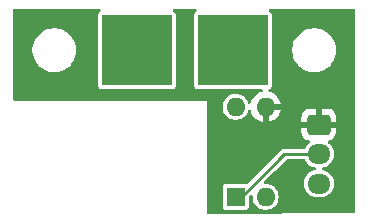
<source format=gbr>
%TF.GenerationSoftware,KiCad,Pcbnew,8.0.2-1*%
%TF.CreationDate,2024-06-03T07:21:58-07:00*%
%TF.ProjectId,Nichrome,4e696368-726f-46d6-952e-6b696361645f,rev?*%
%TF.SameCoordinates,Original*%
%TF.FileFunction,Copper,L1,Top*%
%TF.FilePolarity,Positive*%
%FSLAX46Y46*%
G04 Gerber Fmt 4.6, Leading zero omitted, Abs format (unit mm)*
G04 Created by KiCad (PCBNEW 8.0.2-1) date 2024-06-03 07:21:58*
%MOMM*%
%LPD*%
G01*
G04 APERTURE LIST*
G04 Aperture macros list*
%AMRoundRect*
0 Rectangle with rounded corners*
0 $1 Rounding radius*
0 $2 $3 $4 $5 $6 $7 $8 $9 X,Y pos of 4 corners*
0 Add a 4 corners polygon primitive as box body*
4,1,4,$2,$3,$4,$5,$6,$7,$8,$9,$2,$3,0*
0 Add four circle primitives for the rounded corners*
1,1,$1+$1,$2,$3*
1,1,$1+$1,$4,$5*
1,1,$1+$1,$6,$7*
1,1,$1+$1,$8,$9*
0 Add four rect primitives between the rounded corners*
20,1,$1+$1,$2,$3,$4,$5,0*
20,1,$1+$1,$4,$5,$6,$7,0*
20,1,$1+$1,$6,$7,$8,$9,0*
20,1,$1+$1,$8,$9,$2,$3,0*%
G04 Aperture macros list end*
%TA.AperFunction,ComponentPad*%
%ADD10RoundRect,0.250000X-0.725000X0.600000X-0.725000X-0.600000X0.725000X-0.600000X0.725000X0.600000X0*%
%TD*%
%TA.AperFunction,ComponentPad*%
%ADD11O,1.950000X1.700000*%
%TD*%
%TA.AperFunction,ComponentPad*%
%ADD12R,6.000000X6.000000*%
%TD*%
%TA.AperFunction,ComponentPad*%
%ADD13R,1.600000X1.600000*%
%TD*%
%TA.AperFunction,ComponentPad*%
%ADD14O,1.600000X1.600000*%
%TD*%
%TA.AperFunction,Conductor*%
%ADD15C,0.250000*%
%TD*%
%TA.AperFunction,Conductor*%
%ADD16C,0.700000*%
%TD*%
G04 APERTURE END LIST*
D10*
%TO.P,J1,1,Pin_1*%
%TO.N,+5V*%
X176000000Y-119500000D03*
D11*
%TO.P,J1,2,Pin_2*%
%TO.N,Signal*%
X176000000Y-122000000D03*
%TO.P,J1,3,Pin_3*%
%TO.N,GND*%
X176000000Y-124500000D03*
%TD*%
D12*
%TO.P,R1,1*%
%TO.N,Net-(R1-Pad1)*%
X160600000Y-113200000D03*
%TO.P,R1,2*%
%TO.N,GND*%
X168728000Y-113200000D03*
%TD*%
D13*
%TO.P,U1,1*%
%TO.N,Signal*%
X168960000Y-125620000D03*
D14*
%TO.P,U1,2*%
%TO.N,GND*%
X171500000Y-125620000D03*
%TO.P,U1,3*%
%TO.N,+5V*%
X171500000Y-118000000D03*
%TO.P,U1,4*%
%TO.N,Net-(R1-Pad1)*%
X168960000Y-118000000D03*
%TD*%
D15*
%TO.N,Signal*%
X173080000Y-122000000D02*
X176000000Y-122000000D01*
X173080000Y-122000000D02*
X168960000Y-126120000D01*
D16*
%TO.N,Net-(R1-Pad1)*%
X160600000Y-113200000D02*
X161900000Y-113200000D01*
%TD*%
%TA.AperFunction,Conductor*%
%TO.N,+5V*%
G36*
X157467651Y-109719685D02*
G01*
X157513406Y-109772489D01*
X157523350Y-109841647D01*
X157494325Y-109905203D01*
X157450698Y-109937434D01*
X157427235Y-109947793D01*
X157347794Y-110027234D01*
X157302415Y-110130006D01*
X157302415Y-110130008D01*
X157299500Y-110155131D01*
X157299500Y-116244856D01*
X157299502Y-116244882D01*
X157302413Y-116269987D01*
X157302415Y-116269991D01*
X157347793Y-116372764D01*
X157347794Y-116372765D01*
X157427235Y-116452206D01*
X157530009Y-116497585D01*
X157555135Y-116500500D01*
X163644864Y-116500499D01*
X163644879Y-116500497D01*
X163644882Y-116500497D01*
X163669987Y-116497586D01*
X163669988Y-116497585D01*
X163669991Y-116497585D01*
X163772765Y-116452206D01*
X163852206Y-116372765D01*
X163897585Y-116269991D01*
X163900500Y-116244865D01*
X163900499Y-110155136D01*
X163900497Y-110155117D01*
X163897586Y-110130012D01*
X163897585Y-110130010D01*
X163897585Y-110130009D01*
X163852206Y-110027235D01*
X163772765Y-109947794D01*
X163772764Y-109947793D01*
X163749302Y-109937434D01*
X163695925Y-109892348D01*
X163675398Y-109825562D01*
X163694236Y-109758280D01*
X163746459Y-109711864D01*
X163799388Y-109700000D01*
X165528612Y-109700000D01*
X165595651Y-109719685D01*
X165641406Y-109772489D01*
X165651350Y-109841647D01*
X165622325Y-109905203D01*
X165578698Y-109937434D01*
X165555235Y-109947793D01*
X165475794Y-110027234D01*
X165430415Y-110130006D01*
X165430415Y-110130008D01*
X165427500Y-110155131D01*
X165427500Y-116244856D01*
X165427502Y-116244882D01*
X165430413Y-116269987D01*
X165430415Y-116269991D01*
X165475793Y-116372764D01*
X165475794Y-116372765D01*
X165555235Y-116452206D01*
X165658009Y-116497585D01*
X165683135Y-116500500D01*
X171131523Y-116500499D01*
X171198562Y-116520184D01*
X171244317Y-116572988D01*
X171254261Y-116642146D01*
X171225236Y-116705702D01*
X171166458Y-116743476D01*
X171163617Y-116744274D01*
X171053679Y-116773731D01*
X171053673Y-116773734D01*
X170847517Y-116869865D01*
X170661179Y-117000342D01*
X170500342Y-117161179D01*
X170369865Y-117347517D01*
X170273734Y-117553673D01*
X170273731Y-117553680D01*
X170246097Y-117656811D01*
X170209731Y-117716471D01*
X170146884Y-117747000D01*
X170077509Y-117738705D01*
X170023631Y-117694219D01*
X170007056Y-117658651D01*
X170006532Y-117656811D01*
X169990582Y-117600750D01*
X169899673Y-117418179D01*
X169776764Y-117255421D01*
X169776762Y-117255418D01*
X169626041Y-117118019D01*
X169626039Y-117118017D01*
X169452642Y-117010655D01*
X169452635Y-117010651D01*
X169357546Y-116973814D01*
X169262456Y-116936976D01*
X169061976Y-116899500D01*
X168858024Y-116899500D01*
X168657544Y-116936976D01*
X168657541Y-116936976D01*
X168657541Y-116936977D01*
X168467364Y-117010651D01*
X168467357Y-117010655D01*
X168293960Y-117118017D01*
X168293958Y-117118019D01*
X168143237Y-117255418D01*
X168020327Y-117418178D01*
X167929422Y-117600739D01*
X167929417Y-117600752D01*
X167873602Y-117796917D01*
X167854785Y-117999999D01*
X167854785Y-118000000D01*
X167873602Y-118203082D01*
X167929417Y-118399247D01*
X167929422Y-118399260D01*
X168020327Y-118581821D01*
X168143237Y-118744581D01*
X168293958Y-118881980D01*
X168293960Y-118881982D01*
X168393141Y-118943392D01*
X168467363Y-118989348D01*
X168657544Y-119063024D01*
X168858024Y-119100500D01*
X168858026Y-119100500D01*
X169061974Y-119100500D01*
X169061976Y-119100500D01*
X169262456Y-119063024D01*
X169452637Y-118989348D01*
X169626041Y-118881981D01*
X169776764Y-118744579D01*
X169899673Y-118581821D01*
X169990582Y-118399250D01*
X170007058Y-118341342D01*
X170044334Y-118282255D01*
X170107644Y-118252697D01*
X170176884Y-118262059D01*
X170230070Y-118307368D01*
X170246097Y-118343188D01*
X170273731Y-118446319D01*
X170273734Y-118446326D01*
X170369865Y-118652482D01*
X170500342Y-118838820D01*
X170661179Y-118999657D01*
X170847517Y-119130134D01*
X171053673Y-119226265D01*
X171053682Y-119226269D01*
X171249999Y-119278872D01*
X171250000Y-119278871D01*
X171250000Y-118315686D01*
X171254394Y-118320080D01*
X171345606Y-118372741D01*
X171447339Y-118400000D01*
X171552661Y-118400000D01*
X171654394Y-118372741D01*
X171745606Y-118320080D01*
X171750000Y-118315686D01*
X171750000Y-119278872D01*
X171946317Y-119226269D01*
X171946326Y-119226265D01*
X172152482Y-119130134D01*
X172338820Y-118999657D01*
X172499657Y-118838820D01*
X172630134Y-118652482D01*
X172726265Y-118446326D01*
X172726269Y-118446317D01*
X172778872Y-118250000D01*
X171815686Y-118250000D01*
X171820080Y-118245606D01*
X171872741Y-118154394D01*
X171900000Y-118052661D01*
X171900000Y-117947339D01*
X171872741Y-117845606D01*
X171820080Y-117754394D01*
X171815686Y-117750000D01*
X172778872Y-117750000D01*
X172778872Y-117749999D01*
X172726269Y-117553682D01*
X172726265Y-117553673D01*
X172630134Y-117347517D01*
X172499657Y-117161179D01*
X172338820Y-117000342D01*
X172152482Y-116869865D01*
X171946326Y-116773734D01*
X171946320Y-116773731D01*
X171803821Y-116735549D01*
X171744161Y-116699184D01*
X171713632Y-116636337D01*
X171721927Y-116566961D01*
X171766412Y-116513083D01*
X171789881Y-116502311D01*
X171789458Y-116501353D01*
X171836668Y-116480507D01*
X171900765Y-116452206D01*
X171980206Y-116372765D01*
X172025585Y-116269991D01*
X172028500Y-116244865D01*
X172028499Y-113078711D01*
X173749500Y-113078711D01*
X173749500Y-113321288D01*
X173781161Y-113561785D01*
X173843947Y-113796104D01*
X173936773Y-114020205D01*
X173936776Y-114020212D01*
X174058064Y-114230289D01*
X174058066Y-114230292D01*
X174058067Y-114230293D01*
X174205733Y-114422736D01*
X174205739Y-114422743D01*
X174377256Y-114594260D01*
X174377262Y-114594265D01*
X174569711Y-114741936D01*
X174779788Y-114863224D01*
X175003900Y-114956054D01*
X175238211Y-115018838D01*
X175418586Y-115042584D01*
X175478711Y-115050500D01*
X175478712Y-115050500D01*
X175721289Y-115050500D01*
X175769388Y-115044167D01*
X175961789Y-115018838D01*
X176196100Y-114956054D01*
X176420212Y-114863224D01*
X176630289Y-114741936D01*
X176822738Y-114594265D01*
X176994265Y-114422738D01*
X177141936Y-114230289D01*
X177263224Y-114020212D01*
X177356054Y-113796100D01*
X177418838Y-113561789D01*
X177450500Y-113321288D01*
X177450500Y-113078712D01*
X177418838Y-112838211D01*
X177356054Y-112603900D01*
X177263224Y-112379788D01*
X177141936Y-112169711D01*
X176994265Y-111977262D01*
X176994260Y-111977256D01*
X176822743Y-111805739D01*
X176822736Y-111805733D01*
X176630293Y-111658067D01*
X176630292Y-111658066D01*
X176630289Y-111658064D01*
X176420212Y-111536776D01*
X176420205Y-111536773D01*
X176196104Y-111443947D01*
X175961785Y-111381161D01*
X175721289Y-111349500D01*
X175721288Y-111349500D01*
X175478712Y-111349500D01*
X175478711Y-111349500D01*
X175238214Y-111381161D01*
X175003895Y-111443947D01*
X174779794Y-111536773D01*
X174779785Y-111536777D01*
X174569706Y-111658067D01*
X174377263Y-111805733D01*
X174377256Y-111805739D01*
X174205739Y-111977256D01*
X174205733Y-111977263D01*
X174058067Y-112169706D01*
X173936777Y-112379785D01*
X173936773Y-112379794D01*
X173843947Y-112603895D01*
X173781161Y-112838214D01*
X173749500Y-113078711D01*
X172028499Y-113078711D01*
X172028499Y-110155136D01*
X172028497Y-110155117D01*
X172025586Y-110130012D01*
X172025585Y-110130010D01*
X172025585Y-110130009D01*
X171980206Y-110027235D01*
X171900765Y-109947794D01*
X171900764Y-109947793D01*
X171877302Y-109937434D01*
X171823925Y-109892348D01*
X171803398Y-109825562D01*
X171822236Y-109758280D01*
X171874459Y-109711864D01*
X171927388Y-109700000D01*
X178975785Y-109700000D01*
X179042824Y-109719685D01*
X179088579Y-109772489D01*
X179099784Y-109824213D01*
X179078203Y-122269410D01*
X179070214Y-126876548D01*
X179050413Y-126943553D01*
X178997530Y-126989217D01*
X178946549Y-127000333D01*
X166624335Y-127033663D01*
X166557243Y-127014159D01*
X166511345Y-126961479D01*
X166500000Y-126909663D01*
X166500000Y-124775131D01*
X167859500Y-124775131D01*
X167859500Y-126464856D01*
X167859502Y-126464882D01*
X167862413Y-126489987D01*
X167862415Y-126489991D01*
X167907793Y-126592764D01*
X167907794Y-126592765D01*
X167987235Y-126672206D01*
X168090009Y-126717585D01*
X168115135Y-126720500D01*
X169804864Y-126720499D01*
X169804879Y-126720497D01*
X169804882Y-126720497D01*
X169829987Y-126717586D01*
X169829988Y-126717585D01*
X169829991Y-126717585D01*
X169932765Y-126672206D01*
X170012206Y-126592765D01*
X170057585Y-126489991D01*
X170060500Y-126464865D01*
X170060499Y-125672608D01*
X170080183Y-125605570D01*
X170096813Y-125584933D01*
X170185959Y-125495787D01*
X170247280Y-125462304D01*
X170316972Y-125467288D01*
X170372905Y-125509160D01*
X170397322Y-125574624D01*
X170397109Y-125594908D01*
X170394785Y-125619994D01*
X170394785Y-125620000D01*
X170413602Y-125823082D01*
X170469417Y-126019247D01*
X170469422Y-126019260D01*
X170560327Y-126201821D01*
X170683237Y-126364581D01*
X170833958Y-126501980D01*
X170833960Y-126501982D01*
X170933141Y-126563392D01*
X171007363Y-126609348D01*
X171197544Y-126683024D01*
X171398024Y-126720500D01*
X171398026Y-126720500D01*
X171601974Y-126720500D01*
X171601976Y-126720500D01*
X171802456Y-126683024D01*
X171992637Y-126609348D01*
X172166041Y-126501981D01*
X172316764Y-126364579D01*
X172439673Y-126201821D01*
X172530582Y-126019250D01*
X172586397Y-125823083D01*
X172605215Y-125620000D01*
X172605214Y-125619994D01*
X172586397Y-125416917D01*
X172538762Y-125249501D01*
X172530582Y-125220750D01*
X172439673Y-125038179D01*
X172380704Y-124960091D01*
X172316762Y-124875418D01*
X172166041Y-124738019D01*
X172166039Y-124738017D01*
X171992642Y-124630655D01*
X171992635Y-124630651D01*
X171889111Y-124590546D01*
X171802456Y-124556976D01*
X171601976Y-124519500D01*
X171461609Y-124519500D01*
X171394570Y-124499815D01*
X171348815Y-124447011D01*
X171338871Y-124377853D01*
X171367896Y-124314297D01*
X171373928Y-124307819D01*
X172247959Y-123433789D01*
X173219929Y-122461819D01*
X173281252Y-122428334D01*
X173307610Y-122425500D01*
X174724579Y-122425500D01*
X174791618Y-122445185D01*
X174835062Y-122493203D01*
X174887880Y-122596864D01*
X174891006Y-122602998D01*
X174997441Y-122749494D01*
X174997445Y-122749499D01*
X175125500Y-122877554D01*
X175125505Y-122877558D01*
X175253287Y-122970396D01*
X175272006Y-122983996D01*
X175377484Y-123037740D01*
X175433360Y-123066211D01*
X175433363Y-123066212D01*
X175519476Y-123094191D01*
X175605591Y-123122171D01*
X175630291Y-123126083D01*
X175639406Y-123127527D01*
X175702540Y-123157457D01*
X175739471Y-123216768D01*
X175738473Y-123286631D01*
X175699863Y-123344863D01*
X175639406Y-123372473D01*
X175605589Y-123377829D01*
X175433363Y-123433787D01*
X175433360Y-123433788D01*
X175272002Y-123516006D01*
X175125505Y-123622441D01*
X175125500Y-123622445D01*
X174997445Y-123750500D01*
X174997441Y-123750505D01*
X174891006Y-123897002D01*
X174808788Y-124058360D01*
X174808787Y-124058363D01*
X174752829Y-124230589D01*
X174724500Y-124409448D01*
X174724500Y-124590551D01*
X174752829Y-124769410D01*
X174808787Y-124941636D01*
X174808788Y-124941639D01*
X174891006Y-125102997D01*
X174997441Y-125249494D01*
X174997445Y-125249499D01*
X175125500Y-125377554D01*
X175125505Y-125377558D01*
X175179679Y-125416917D01*
X175272006Y-125483996D01*
X175377484Y-125537740D01*
X175433360Y-125566211D01*
X175433363Y-125566212D01*
X175490967Y-125584928D01*
X175605591Y-125622171D01*
X175688429Y-125635291D01*
X175784449Y-125650500D01*
X175784454Y-125650500D01*
X176215551Y-125650500D01*
X176302259Y-125636765D01*
X176394409Y-125622171D01*
X176566639Y-125566211D01*
X176727994Y-125483996D01*
X176874501Y-125377553D01*
X177002553Y-125249501D01*
X177108996Y-125102994D01*
X177191211Y-124941639D01*
X177247171Y-124769409D01*
X177261765Y-124677259D01*
X177275500Y-124590551D01*
X177275500Y-124409448D01*
X177259019Y-124305397D01*
X177247171Y-124230591D01*
X177191211Y-124058361D01*
X177191211Y-124058360D01*
X177162740Y-124002484D01*
X177108996Y-123897006D01*
X177095396Y-123878287D01*
X177002558Y-123750505D01*
X177002554Y-123750500D01*
X176874499Y-123622445D01*
X176874494Y-123622441D01*
X176727997Y-123516006D01*
X176727996Y-123516005D01*
X176727994Y-123516004D01*
X176676300Y-123489664D01*
X176566639Y-123433788D01*
X176566636Y-123433787D01*
X176394410Y-123377829D01*
X176360594Y-123372473D01*
X176297459Y-123342544D01*
X176260528Y-123283232D01*
X176261526Y-123213370D01*
X176300136Y-123155137D01*
X176360594Y-123127527D01*
X176368388Y-123126292D01*
X176394409Y-123122171D01*
X176566639Y-123066211D01*
X176727994Y-122983996D01*
X176874501Y-122877553D01*
X177002553Y-122749501D01*
X177108996Y-122602994D01*
X177191211Y-122441639D01*
X177247171Y-122269409D01*
X177261765Y-122177259D01*
X177275500Y-122090551D01*
X177275500Y-121909448D01*
X177259019Y-121805397D01*
X177247171Y-121730591D01*
X177205877Y-121603498D01*
X177191212Y-121558363D01*
X177191211Y-121558360D01*
X177162740Y-121502484D01*
X177108996Y-121397006D01*
X177095396Y-121378287D01*
X177002558Y-121250505D01*
X177002554Y-121250500D01*
X176874499Y-121122445D01*
X176874494Y-121122441D01*
X176795948Y-121065374D01*
X176753282Y-121010044D01*
X176747303Y-120940431D01*
X176779909Y-120878636D01*
X176840747Y-120844279D01*
X176856235Y-120841698D01*
X176877696Y-120839506D01*
X177044119Y-120784358D01*
X177044124Y-120784356D01*
X177193345Y-120692315D01*
X177317315Y-120568345D01*
X177409356Y-120419124D01*
X177409358Y-120419119D01*
X177464505Y-120252697D01*
X177464506Y-120252690D01*
X177474999Y-120149986D01*
X177475000Y-120149973D01*
X177475000Y-119750000D01*
X176404146Y-119750000D01*
X176442630Y-119683343D01*
X176475000Y-119562535D01*
X176475000Y-119437465D01*
X176442630Y-119316657D01*
X176404146Y-119250000D01*
X177474999Y-119250000D01*
X177474999Y-118850028D01*
X177474998Y-118850013D01*
X177464505Y-118747302D01*
X177409358Y-118580880D01*
X177409356Y-118580875D01*
X177317315Y-118431654D01*
X177193345Y-118307684D01*
X177044124Y-118215643D01*
X177044119Y-118215641D01*
X176877697Y-118160494D01*
X176877690Y-118160493D01*
X176774986Y-118150000D01*
X176250000Y-118150000D01*
X176250000Y-119095854D01*
X176183343Y-119057370D01*
X176062535Y-119025000D01*
X175937465Y-119025000D01*
X175816657Y-119057370D01*
X175750000Y-119095854D01*
X175750000Y-118150000D01*
X175225028Y-118150000D01*
X175225012Y-118150001D01*
X175122302Y-118160494D01*
X174955880Y-118215641D01*
X174955875Y-118215643D01*
X174806654Y-118307684D01*
X174682684Y-118431654D01*
X174590643Y-118580875D01*
X174590641Y-118580880D01*
X174535494Y-118747302D01*
X174535493Y-118747309D01*
X174525000Y-118850013D01*
X174525000Y-119250000D01*
X175595854Y-119250000D01*
X175557370Y-119316657D01*
X175525000Y-119437465D01*
X175525000Y-119562535D01*
X175557370Y-119683343D01*
X175595854Y-119750000D01*
X174525001Y-119750000D01*
X174525001Y-120149986D01*
X174535494Y-120252697D01*
X174590641Y-120419119D01*
X174590643Y-120419124D01*
X174682684Y-120568345D01*
X174806654Y-120692315D01*
X174955875Y-120784356D01*
X174955880Y-120784358D01*
X175122302Y-120839505D01*
X175122309Y-120839506D01*
X175143769Y-120841699D01*
X175208460Y-120868095D01*
X175248612Y-120925276D01*
X175251475Y-120995087D01*
X175216141Y-121055364D01*
X175204051Y-121065375D01*
X175125505Y-121122441D01*
X175125500Y-121122445D01*
X174997445Y-121250500D01*
X174997441Y-121250505D01*
X174891006Y-121397001D01*
X174865299Y-121447453D01*
X174835062Y-121506796D01*
X174787090Y-121557591D01*
X174724579Y-121574500D01*
X173023982Y-121574500D01*
X172915763Y-121603497D01*
X172915760Y-121603498D01*
X172818740Y-121659513D01*
X172818734Y-121659517D01*
X169977353Y-124500897D01*
X169916030Y-124534382D01*
X169846338Y-124529398D01*
X169839590Y-124526652D01*
X169829996Y-124522416D01*
X169829991Y-124522415D01*
X169804865Y-124519500D01*
X168115143Y-124519500D01*
X168115117Y-124519502D01*
X168090012Y-124522413D01*
X168090008Y-124522415D01*
X167987235Y-124567793D01*
X167907794Y-124647234D01*
X167862415Y-124750006D01*
X167862415Y-124750008D01*
X167859500Y-124775131D01*
X166500000Y-124775131D01*
X166500000Y-117500000D01*
X150223773Y-117470226D01*
X150156770Y-117450419D01*
X150111112Y-117397531D01*
X150100000Y-117346226D01*
X150100000Y-113078711D01*
X151749500Y-113078711D01*
X151749500Y-113321288D01*
X151781161Y-113561785D01*
X151843947Y-113796104D01*
X151936773Y-114020205D01*
X151936776Y-114020212D01*
X152058064Y-114230289D01*
X152058066Y-114230292D01*
X152058067Y-114230293D01*
X152205733Y-114422736D01*
X152205739Y-114422743D01*
X152377256Y-114594260D01*
X152377262Y-114594265D01*
X152569711Y-114741936D01*
X152779788Y-114863224D01*
X153003900Y-114956054D01*
X153238211Y-115018838D01*
X153418586Y-115042584D01*
X153478711Y-115050500D01*
X153478712Y-115050500D01*
X153721289Y-115050500D01*
X153769388Y-115044167D01*
X153961789Y-115018838D01*
X154196100Y-114956054D01*
X154420212Y-114863224D01*
X154630289Y-114741936D01*
X154822738Y-114594265D01*
X154994265Y-114422738D01*
X155141936Y-114230289D01*
X155263224Y-114020212D01*
X155356054Y-113796100D01*
X155418838Y-113561789D01*
X155450500Y-113321288D01*
X155450500Y-113078712D01*
X155418838Y-112838211D01*
X155356054Y-112603900D01*
X155263224Y-112379788D01*
X155141936Y-112169711D01*
X154994265Y-111977262D01*
X154994260Y-111977256D01*
X154822743Y-111805739D01*
X154822736Y-111805733D01*
X154630293Y-111658067D01*
X154630292Y-111658066D01*
X154630289Y-111658064D01*
X154420212Y-111536776D01*
X154420205Y-111536773D01*
X154196104Y-111443947D01*
X153961785Y-111381161D01*
X153721289Y-111349500D01*
X153721288Y-111349500D01*
X153478712Y-111349500D01*
X153478711Y-111349500D01*
X153238214Y-111381161D01*
X153003895Y-111443947D01*
X152779794Y-111536773D01*
X152779785Y-111536777D01*
X152569706Y-111658067D01*
X152377263Y-111805733D01*
X152377256Y-111805739D01*
X152205739Y-111977256D01*
X152205733Y-111977263D01*
X152058067Y-112169706D01*
X151936777Y-112379785D01*
X151936773Y-112379794D01*
X151843947Y-112603895D01*
X151781161Y-112838214D01*
X151749500Y-113078711D01*
X150100000Y-113078711D01*
X150100000Y-109824000D01*
X150119685Y-109756961D01*
X150172489Y-109711206D01*
X150224000Y-109700000D01*
X157400612Y-109700000D01*
X157467651Y-109719685D01*
G37*
%TD.AperFunction*%
%TD*%
M02*

</source>
